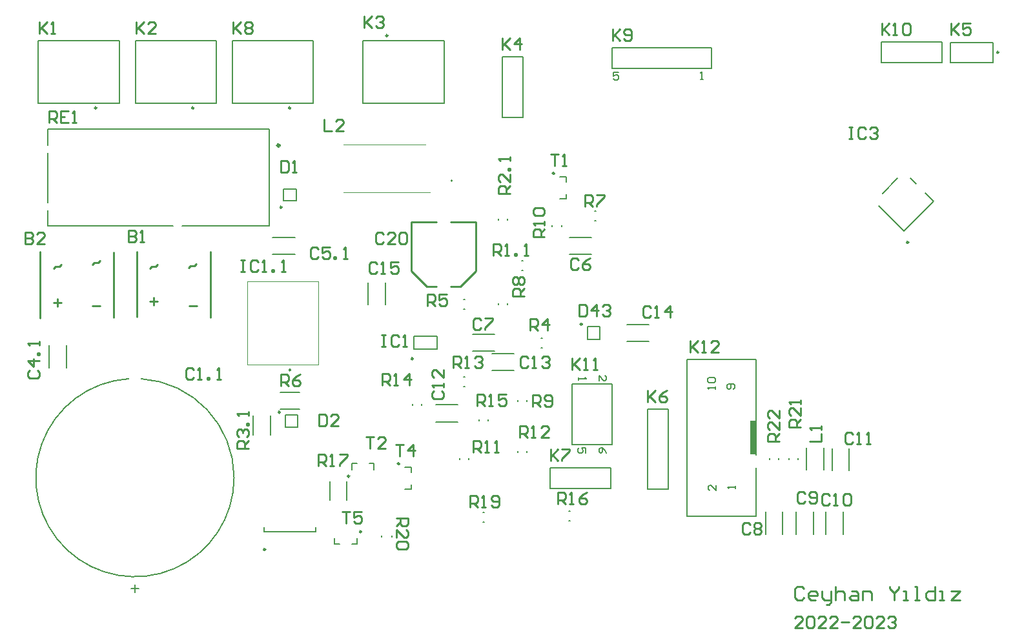
<source format=gto>
G04*
G04 #@! TF.GenerationSoftware,Altium Limited,Altium Designer,23.3.1 (30)*
G04*
G04 Layer_Color=65535*
%FSLAX44Y44*%
%MOMM*%
G71*
G04*
G04 #@! TF.SameCoordinates,6291D12B-1A57-4E1F-9114-C69F7EA01FE8*
G04*
G04*
G04 #@! TF.FilePolarity,Positive*
G04*
G01*
G75*
%ADD10C,0.2500*%
%ADD11C,0.2000*%
%ADD12C,0.4000*%
%ADD13C,0.3000*%
%ADD14C,0.2540*%
%ADD15C,0.1000*%
%ADD16C,0.1524*%
%ADD17R,0.8000X4.5000*%
D10*
X548389Y365576D02*
G03*
X548389Y365576I-1250J0D01*
G01*
X480525Y138788D02*
G03*
X480525Y138788I-1250J0D01*
G01*
X464932Y211582D02*
G03*
X464932Y211582I-1250J0D01*
G01*
X1197974Y518358D02*
G03*
X1197974Y518358I-1250J0D01*
G01*
X733689Y608776D02*
G03*
X733689Y608776I-1250J0D01*
G01*
X1316419Y767576D02*
G03*
X1316419Y767576I-1250J0D01*
G01*
X770192Y410927D02*
G03*
X770192Y410927I-1250J0D01*
G01*
X387689Y694676D02*
G03*
X387689Y694676I-1250J0D01*
G01*
X373977Y295404D02*
G03*
X373977Y295404I-1250J0D01*
G01*
X530489Y227776D02*
G03*
X530489Y227776I-1250J0D01*
G01*
X515089Y789676D02*
G03*
X515089Y789676I-1250J0D01*
G01*
X260689Y694676D02*
G03*
X260689Y694676I-1250J0D01*
G01*
X133289D02*
G03*
X133289Y694676I-1250J0D01*
G01*
X354789Y115376D02*
G03*
X354789Y115376I-1250J0D01*
G01*
X376489Y564376D02*
G03*
X376489Y564376I-1250J0D01*
G01*
D11*
X313639Y209576D02*
G03*
X191488Y339339I-130000J0D01*
G01*
X175789D02*
G03*
X313639Y209576I7849J-129763D01*
G01*
X598839Y598176D02*
G03*
X598839Y600176I0J1000D01*
G01*
D02*
G03*
X598839Y598176I0J-1000D01*
G01*
X580139Y378076D02*
Y395076D01*
X549139Y378076D02*
Y395076D01*
X580139D01*
X549139Y378076D02*
X580139D01*
X672489Y547226D02*
Y549226D01*
X659989Y547226D02*
Y549226D01*
X828801Y410608D02*
X857863D01*
X828801Y388046D02*
X857863D01*
X1112361Y135437D02*
Y164499D01*
X1089799Y135437D02*
Y164499D01*
X651708Y349895D02*
X680770D01*
X577935Y305102D02*
X606997D01*
X752349Y153243D02*
X754349D01*
X651708Y372457D02*
X680770D01*
X577935Y282540D02*
X606997D01*
X752349Y165743D02*
X754349D01*
X1120469Y219079D02*
Y248141D01*
X1010558Y135437D02*
Y164499D01*
X1064326Y219645D02*
Y248707D01*
X1097907Y219079D02*
Y248141D01*
X1053489Y233176D02*
Y235176D01*
X1033120Y135437D02*
Y164499D01*
X1086888Y219645D02*
Y248707D01*
X468082Y219932D02*
Y228082D01*
X474682D01*
X520589Y131576D02*
Y133576D01*
X634589Y283976D02*
Y285976D01*
X697889Y309376D02*
Y311376D01*
X1015589Y233176D02*
Y235176D01*
X445675Y122288D02*
Y130438D01*
Y122288D02*
X452275D01*
X497282Y219932D02*
Y228082D01*
X1040989Y233176D02*
Y235176D01*
X1028089Y233176D02*
Y235176D01*
X685389Y309376D02*
Y311376D01*
X507089Y131576D02*
Y133576D01*
X639839Y164226D02*
X641839D01*
X639839Y151726D02*
X641839D01*
X697889Y242426D02*
Y244426D01*
X685389Y242426D02*
Y244426D01*
X647089Y283976D02*
Y285976D01*
X69739Y570627D02*
Y635524D01*
Y539576D02*
Y560524D01*
Y645627D02*
Y666576D01*
X245853Y539576D02*
X359739D01*
X69739D02*
X233368D01*
X614439Y443626D02*
X616439D01*
X1158954Y566170D02*
X1192019Y533105D01*
X69739Y666576D02*
X359739D01*
X1200636Y602269D02*
X1208208Y594697D01*
X1163823Y582691D02*
X1183401Y602269D01*
X1219839Y583067D02*
X1230910Y571996D01*
X359739Y539576D02*
Y666576D01*
X907720Y159244D02*
Y364844D01*
Y159244D02*
X997720D01*
X756929Y332196D02*
X809229D01*
X1192019Y533105D02*
X1230910Y571996D01*
X907720Y364844D02*
X997720D01*
X756929Y252996D02*
Y332196D01*
X809229Y252996D02*
Y332196D01*
X756929Y252996D02*
X809229D01*
X183639Y58916D02*
Y69076D01*
X178559Y63996D02*
X188719D01*
X665489Y682256D02*
X692389D01*
Y761456D01*
X665489D02*
X692389D01*
X665489Y682256D02*
Y761456D01*
X997720Y239182D02*
Y364844D01*
X786392Y559504D02*
X788392D01*
X753308Y502295D02*
X782370D01*
X753308Y524857D02*
X782370D01*
X786392Y547004D02*
X788392D01*
X614439Y431126D02*
X616439D01*
X626308Y375295D02*
X655370D01*
X659989Y436376D02*
Y438376D01*
X716039Y380326D02*
X718039D01*
X997720Y159244D02*
Y222566D01*
X672489Y436376D02*
Y438376D01*
X743189Y539093D02*
Y541093D01*
X626308Y397857D02*
X655370D01*
X740789Y604376D02*
X748939D01*
X716039Y392826D02*
X718039D01*
X730689Y539093D02*
Y541093D01*
X748939Y575176D02*
Y581776D01*
Y597776D02*
Y604376D01*
X1241779Y754126D02*
Y781026D01*
X728239Y222226D02*
X807439D01*
X1162579Y781026D02*
X1241779D01*
X740789Y575176D02*
X748939D01*
X809519Y746506D02*
X939519D01*
X1162579Y754126D02*
Y781026D01*
X809519Y773406D02*
X939519D01*
X1162579Y754126D02*
X1241779D01*
X939519Y746506D02*
Y773406D01*
X1308819Y754376D02*
Y780776D01*
X728239Y195326D02*
Y222226D01*
X807439Y195326D02*
Y222226D01*
X855989Y194576D02*
Y299176D01*
X184439Y701176D02*
Y783176D01*
X855989Y299176D02*
X882889D01*
X728239Y195326D02*
X807439D01*
X1253019Y780776D02*
X1308819D01*
X882889Y194576D02*
Y299176D01*
X1253019Y754376D02*
X1308819D01*
X855989Y194576D02*
X882889D01*
X1253019Y754376D02*
Y780776D01*
X809519Y746506D02*
Y773406D01*
X777492Y391077D02*
Y407577D01*
Y391077D02*
X793092D01*
Y407577D01*
X777492D02*
X793092D01*
X1073089Y135437D02*
Y164499D01*
X1050527Y135437D02*
Y164499D01*
X690639Y481926D02*
X692639D01*
X690639Y494426D02*
X692639D01*
X609189Y233176D02*
Y235176D01*
X621689Y233176D02*
Y235176D01*
X559906Y304376D02*
Y306376D01*
X547406Y304376D02*
Y306376D01*
X461639Y179695D02*
Y204757D01*
X439139Y179695D02*
Y204757D01*
X184439Y783176D02*
X290439D01*
X311439Y701176D02*
X417439D01*
Y783176D01*
X364300Y524857D02*
X393362D01*
X537589Y223376D02*
X545739D01*
X614439Y342026D02*
X616439D01*
X311439Y701176D02*
Y783176D01*
X361092Y265853D02*
Y290915D01*
X338592Y265853D02*
Y290915D01*
X381277Y292054D02*
X396877D01*
X311439Y783176D02*
X417439D01*
X614439Y329526D02*
X616439D01*
X545739Y194176D02*
Y200776D01*
X537589Y194176D02*
X545739D01*
X474875Y122288D02*
Y130438D01*
X468275Y122288D02*
X474875D01*
X490682Y228082D02*
X497282D01*
X93738Y354086D02*
Y383148D01*
X374308Y299126D02*
X399370D01*
X374308Y321626D02*
X399370D01*
X545739Y216776D02*
Y223376D01*
X364300Y502295D02*
X393362D01*
X71175Y354086D02*
Y383148D01*
X381277Y275554D02*
Y292054D01*
X482839Y783176D02*
X588839D01*
X482839Y701176D02*
X588839D01*
Y783176D01*
X395089Y572926D02*
Y588526D01*
X57039Y701176D02*
Y783176D01*
X163039D01*
X184439Y701176D02*
X290439D01*
Y783176D01*
X482839Y701176D02*
Y783176D01*
X378589Y588526D02*
X395089D01*
X353339Y138876D02*
Y144876D01*
X420339Y138876D02*
Y144876D01*
X353339Y138876D02*
X420339D01*
X396877Y275554D02*
Y292054D01*
X381277Y275554D02*
X396877D01*
X57039Y701176D02*
X163039D01*
X489177Y436764D02*
Y465826D01*
X378589Y572926D02*
X395089D01*
X511739Y436764D02*
Y465826D01*
X163039Y701176D02*
Y783176D01*
X378589Y572926D02*
Y588526D01*
D12*
X372967Y645536D02*
G03*
X372967Y645536I-1259J0D01*
G01*
D13*
X386839Y351576D02*
G03*
X386839Y350576I0J-500D01*
G01*
D02*
G03*
X386839Y351576I0J500D01*
G01*
D14*
X155716Y457499D02*
Y505051D01*
X282715Y419613D02*
Y457499D01*
Y505776D01*
X186162Y462776D02*
Y505776D01*
Y457499D02*
Y462776D01*
X59162Y457499D02*
Y462776D01*
Y418766D02*
Y457499D01*
X630909Y480375D02*
Y545235D01*
X59162Y462776D02*
Y505776D01*
X155716Y419613D02*
Y457499D01*
X186162Y420500D02*
Y457499D01*
X566229Y460145D02*
X579099D01*
X597719Y545145D02*
X630819D01*
X545909D02*
X579099D01*
X545909Y480465D02*
X566229Y460145D01*
X545909Y480465D02*
Y545145D01*
X597719Y460145D02*
X610679D01*
X630909Y480375D01*
X1059177Y12700D02*
X1049020D01*
X1059177Y22857D01*
Y25396D01*
X1056637Y27935D01*
X1051559D01*
X1049020Y25396D01*
X1064255D02*
X1066794Y27935D01*
X1071873D01*
X1074412Y25396D01*
Y15239D01*
X1071873Y12700D01*
X1066794D01*
X1064255Y15239D01*
Y25396D01*
X1089647Y12700D02*
X1079490D01*
X1089647Y22857D01*
Y25396D01*
X1087108Y27935D01*
X1082029D01*
X1079490Y25396D01*
X1104882Y12700D02*
X1094725D01*
X1104882Y22857D01*
Y25396D01*
X1102343Y27935D01*
X1097264D01*
X1094725Y25396D01*
X1109960Y20317D02*
X1120117D01*
X1135352Y12700D02*
X1125195D01*
X1135352Y22857D01*
Y25396D01*
X1132813Y27935D01*
X1127735D01*
X1125195Y25396D01*
X1140430D02*
X1142970Y27935D01*
X1148048D01*
X1150587Y25396D01*
Y15239D01*
X1148048Y12700D01*
X1142970D01*
X1140430Y15239D01*
Y25396D01*
X1165822Y12700D02*
X1155666D01*
X1165822Y22857D01*
Y25396D01*
X1163283Y27935D01*
X1158205D01*
X1155666Y25396D01*
X1170901D02*
X1173440Y27935D01*
X1178518D01*
X1181057Y25396D01*
Y22857D01*
X1178518Y20317D01*
X1175979D01*
X1178518D01*
X1181057Y17778D01*
Y15239D01*
X1178518Y12700D01*
X1173440D01*
X1170901Y15239D01*
X1060870Y63917D02*
X1057907Y66879D01*
X1051982D01*
X1049020Y63917D01*
Y52067D01*
X1051982Y49105D01*
X1057907D01*
X1060870Y52067D01*
X1075681Y49105D02*
X1069757D01*
X1066794Y52067D01*
Y57992D01*
X1069757Y60954D01*
X1075681D01*
X1078644Y57992D01*
Y55030D01*
X1066794D01*
X1084568Y60954D02*
Y52067D01*
X1087531Y49105D01*
X1096418D01*
Y46142D01*
X1093456Y43180D01*
X1090493D01*
X1096418Y49105D02*
Y60954D01*
X1102343Y66879D02*
Y49105D01*
Y57992D01*
X1105305Y60954D01*
X1111230D01*
X1114192Y57992D01*
Y49105D01*
X1123079Y60954D02*
X1129004D01*
X1131966Y57992D01*
Y49105D01*
X1123079D01*
X1120117Y52067D01*
X1123079Y55030D01*
X1131966D01*
X1137891Y49105D02*
Y60954D01*
X1146778D01*
X1149741Y57992D01*
Y49105D01*
X1173440Y66879D02*
Y63917D01*
X1179365Y57992D01*
X1185289Y63917D01*
Y66879D01*
X1179365Y57992D02*
Y49105D01*
X1191214D02*
X1197139D01*
X1194176D01*
Y60954D01*
X1191214D01*
X1206026Y49105D02*
X1211951D01*
X1208988D01*
Y66879D01*
X1206026D01*
X1232687D02*
Y49105D01*
X1223800D01*
X1220838Y52067D01*
Y57992D01*
X1223800Y60954D01*
X1232687D01*
X1238612Y49105D02*
X1244537D01*
X1241574D01*
Y60954D01*
X1238612D01*
X1253424D02*
X1265274D01*
X1253424Y49105D01*
X1265274D01*
X213611Y440934D02*
X203454D01*
X208532Y435855D02*
Y446012D01*
X264411Y490208D02*
X261872Y487669D01*
X256793D01*
X254254Y485130D01*
X213174Y489310D02*
X210635Y486771D01*
X205557D01*
X203017Y484232D01*
X264919Y434836D02*
X254762D01*
X137919Y494526D02*
X135379Y491987D01*
X130301D01*
X127762Y489448D01*
X87119Y489446D02*
X84580Y486907D01*
X79501D01*
X76962Y484368D01*
X137919Y434836D02*
X127762D01*
X87373Y439410D02*
X77216D01*
X82294Y434331D02*
Y444488D01*
X455169Y165086D02*
X465326D01*
X460247D01*
Y149850D01*
X480561Y165086D02*
X470404D01*
Y157468D01*
X475482Y160007D01*
X478022D01*
X480561Y157468D01*
Y152390D01*
X478022Y149850D01*
X472943D01*
X470404Y152390D01*
X526031Y253221D02*
X536188D01*
X531109D01*
Y237986D01*
X548883D02*
Y253221D01*
X541266Y245604D01*
X551423D01*
X486411Y263130D02*
X496568D01*
X491489D01*
Y247894D01*
X511803D02*
X501646D01*
X511803Y258051D01*
Y260590D01*
X509263Y263130D01*
X504185D01*
X501646Y260590D01*
X729231Y634221D02*
X739388D01*
X734309D01*
Y618986D01*
X744466D02*
X749544D01*
X747005D01*
Y634221D01*
X744466Y631682D01*
X70863Y675120D02*
Y690355D01*
X78480D01*
X81019Y687816D01*
Y682738D01*
X78480Y680198D01*
X70863D01*
X75941D02*
X81019Y675120D01*
X96255Y690355D02*
X86098D01*
Y675120D01*
X96255D01*
X86098Y682738D02*
X91176D01*
X101333Y675120D02*
X106411D01*
X103872D01*
Y690355D01*
X101333Y687816D01*
X1028440Y257551D02*
X1013205D01*
Y265168D01*
X1015744Y267707D01*
X1020823D01*
X1023362Y265168D01*
Y257551D01*
Y262629D02*
X1028440Y267707D01*
Y282942D02*
Y272786D01*
X1018284Y282942D01*
X1015744D01*
X1013205Y280403D01*
Y275325D01*
X1015744Y272786D01*
X1028440Y298177D02*
Y288021D01*
X1018284Y298177D01*
X1015744D01*
X1013205Y295638D01*
Y290560D01*
X1015744Y288021D01*
X1056380Y275838D02*
X1041145D01*
Y283455D01*
X1043684Y285994D01*
X1048763D01*
X1051302Y283455D01*
Y275838D01*
Y280916D02*
X1056380Y285994D01*
Y301229D02*
Y291073D01*
X1046224Y301229D01*
X1043684D01*
X1041145Y298690D01*
Y293612D01*
X1043684Y291073D01*
X1056380Y306308D02*
Y311386D01*
Y308847D01*
X1041145D01*
X1043684Y306308D01*
X526541Y156191D02*
X541776D01*
Y148574D01*
X539237Y146035D01*
X534159D01*
X531620Y148574D01*
Y156191D01*
Y151113D02*
X526541Y146035D01*
Y130800D02*
Y140956D01*
X536698Y130800D01*
X539237D01*
X541776Y133339D01*
Y138417D01*
X539237Y140956D01*
Y125721D02*
X541776Y123182D01*
Y118104D01*
X539237Y115564D01*
X529080D01*
X526541Y118104D01*
Y123182D01*
X529080Y125721D01*
X539237D01*
X623319Y171186D02*
Y186422D01*
X630937D01*
X633476Y183882D01*
Y178804D01*
X630937Y176265D01*
X623319D01*
X628397D02*
X633476Y171186D01*
X638554D02*
X643632D01*
X641093D01*
Y186422D01*
X638554Y183882D01*
X651250Y173726D02*
X653789Y171186D01*
X658867D01*
X661407Y173726D01*
Y183882D01*
X658867Y186422D01*
X653789D01*
X651250Y183882D01*
Y181343D01*
X653789Y178804D01*
X661407D01*
X424183Y225034D02*
Y240270D01*
X431800D01*
X434340Y237730D01*
Y232652D01*
X431800Y230113D01*
X424183D01*
X429261D02*
X434340Y225034D01*
X439418D02*
X444496D01*
X441957D01*
Y240270D01*
X439418Y237730D01*
X452114Y240270D02*
X462271D01*
Y237730D01*
X452114Y227574D01*
Y225034D01*
X738381Y174742D02*
Y189977D01*
X745999D01*
X748538Y187438D01*
Y182360D01*
X745999Y179821D01*
X738381D01*
X743459D02*
X748538Y174742D01*
X753616D02*
X758694D01*
X756155D01*
Y189977D01*
X753616Y187438D01*
X776469Y189977D02*
X771390Y187438D01*
X766312Y182360D01*
Y177282D01*
X768851Y174742D01*
X773929D01*
X776469Y177282D01*
Y179821D01*
X773929Y182360D01*
X766312D01*
X632209Y304028D02*
Y319263D01*
X639827D01*
X642366Y316724D01*
Y311646D01*
X639827Y309107D01*
X632209D01*
X637287D02*
X642366Y304028D01*
X647444D02*
X652522D01*
X649983D01*
Y319263D01*
X647444Y316724D01*
X670297Y319263D02*
X660140D01*
Y311646D01*
X665218Y314185D01*
X667757D01*
X670297Y311646D01*
Y306568D01*
X667757Y304028D01*
X662679D01*
X660140Y306568D01*
X508196Y331023D02*
Y346258D01*
X515813D01*
X518352Y343719D01*
Y338641D01*
X515813Y336101D01*
X508196D01*
X513274D02*
X518352Y331023D01*
X523431D02*
X528509D01*
X525970D01*
Y346258D01*
X523431Y343719D01*
X543744Y331023D02*
Y346258D01*
X536127Y338641D01*
X546283D01*
X600707Y353556D02*
Y368791D01*
X608324D01*
X610863Y366252D01*
Y361174D01*
X608324Y358634D01*
X600707D01*
X605785D02*
X610863Y353556D01*
X615942D02*
X621020D01*
X618481D01*
Y368791D01*
X615942Y366252D01*
X628638D02*
X631177Y368791D01*
X636255D01*
X638795Y366252D01*
Y363713D01*
X636255Y361174D01*
X633716D01*
X636255D01*
X638795Y358634D01*
Y356095D01*
X636255Y353556D01*
X631177D01*
X628638Y356095D01*
X688089Y262626D02*
Y277861D01*
X695706D01*
X698246Y275322D01*
Y270244D01*
X695706Y267705D01*
X688089D01*
X693167D02*
X698246Y262626D01*
X703324D02*
X708402D01*
X705863D01*
Y277861D01*
X703324Y275322D01*
X726177Y262626D02*
X716020D01*
X726177Y272783D01*
Y275322D01*
X723637Y277861D01*
X718559D01*
X716020Y275322D01*
X627128Y242814D02*
Y258050D01*
X634746D01*
X637285Y255510D01*
Y250432D01*
X634746Y247893D01*
X627128D01*
X632206D02*
X637285Y242814D01*
X642363D02*
X647442D01*
X644902D01*
Y258050D01*
X642363Y255510D01*
X655059Y242814D02*
X660137D01*
X657598D01*
Y258050D01*
X655059Y255510D01*
X720846Y525266D02*
X705611D01*
Y532884D01*
X708150Y535423D01*
X713229D01*
X715768Y532884D01*
Y525266D01*
Y530345D02*
X720846Y535423D01*
Y540501D02*
Y545579D01*
Y543040D01*
X705611D01*
X708150Y540501D01*
Y553197D02*
X705611Y555736D01*
Y560815D01*
X708150Y563354D01*
X718307D01*
X720846Y560815D01*
Y555736D01*
X718307Y553197D01*
X708150D01*
X705359Y303012D02*
Y318248D01*
X712976D01*
X715516Y315708D01*
Y310630D01*
X712976Y308091D01*
X705359D01*
X710437D02*
X715516Y303012D01*
X720594Y305552D02*
X723133Y303012D01*
X728212D01*
X730751Y305552D01*
Y315708D01*
X728212Y318248D01*
X723133D01*
X720594Y315708D01*
Y313169D01*
X723133Y310630D01*
X730751D01*
X693922Y447286D02*
X678687D01*
Y454904D01*
X681226Y457443D01*
X686305D01*
X688844Y454904D01*
Y447286D01*
Y452364D02*
X693922Y457443D01*
X681226Y462521D02*
X678687Y465060D01*
Y470139D01*
X681226Y472678D01*
X683766D01*
X686305Y470139D01*
X688844Y472678D01*
X691383D01*
X693922Y470139D01*
Y465060D01*
X691383Y462521D01*
X688844D01*
X686305Y465060D01*
X683766Y462521D01*
X681226D01*
X686305Y465060D02*
Y470139D01*
X773685Y565648D02*
Y580883D01*
X781302D01*
X783842Y578344D01*
Y573266D01*
X781302Y570727D01*
X773685D01*
X778763D02*
X783842Y565648D01*
X788920Y580883D02*
X799077D01*
Y578344D01*
X788920Y568188D01*
Y565648D01*
X374901Y330188D02*
Y345423D01*
X382518D01*
X385057Y342884D01*
Y337805D01*
X382518Y335266D01*
X374901D01*
X379979D02*
X385057Y330188D01*
X400293Y345423D02*
X395214Y342884D01*
X390136Y337805D01*
Y332727D01*
X392675Y330188D01*
X397753D01*
X400293Y332727D01*
Y335266D01*
X397753Y337805D01*
X390136D01*
X567175Y434571D02*
Y449807D01*
X574793D01*
X577332Y447267D01*
Y442189D01*
X574793Y439650D01*
X567175D01*
X572253D02*
X577332Y434571D01*
X592567Y449807D02*
X582410D01*
Y442189D01*
X587489Y444728D01*
X590028D01*
X592567Y442189D01*
Y437111D01*
X590028Y434571D01*
X584949D01*
X582410Y437111D01*
X701538Y403059D02*
Y418294D01*
X709156D01*
X711695Y415755D01*
Y410677D01*
X709156Y408138D01*
X701538D01*
X706617D02*
X711695Y403059D01*
X724391D02*
Y418294D01*
X716773Y410677D01*
X726930D01*
X332734Y247900D02*
X317499D01*
Y255517D01*
X320038Y258057D01*
X325117D01*
X327656Y255517D01*
Y247900D01*
Y252978D02*
X332734Y258057D01*
X320038Y263135D02*
X317499Y265674D01*
Y270752D01*
X320038Y273292D01*
X322578D01*
X325117Y270752D01*
Y268213D01*
Y270752D01*
X327656Y273292D01*
X330195D01*
X332734Y270752D01*
Y265674D01*
X330195Y263135D01*
X332734Y278370D02*
X330195D01*
Y280909D01*
X332734D01*
Y278370D01*
Y291066D02*
Y296144D01*
Y293605D01*
X317499D01*
X320038Y291066D01*
X675380Y582418D02*
X660145D01*
Y590035D01*
X662684Y592575D01*
X667763D01*
X670302Y590035D01*
Y582418D01*
Y587496D02*
X675380Y592575D01*
Y607810D02*
Y597653D01*
X665224Y607810D01*
X662684D01*
X660145Y605270D01*
Y600192D01*
X662684Y597653D01*
X675380Y612888D02*
X672841D01*
Y615427D01*
X675380D01*
Y612888D01*
Y625584D02*
Y630662D01*
Y628123D01*
X660145D01*
X662684Y625584D01*
X653292Y500878D02*
Y516114D01*
X660910D01*
X663449Y513574D01*
Y508496D01*
X660910Y505957D01*
X653292D01*
X658371D02*
X663449Y500878D01*
X668527D02*
X673606D01*
X671067D01*
Y516114D01*
X668527Y513574D01*
X681223Y500878D02*
Y503418D01*
X683762D01*
Y500878D01*
X681223D01*
X693919D02*
X698997D01*
X696458D01*
Y516114D01*
X693919Y513574D01*
X431543Y679941D02*
Y664706D01*
X441699D01*
X456935D02*
X446778D01*
X456935Y674863D01*
Y677402D01*
X454395Y679941D01*
X449317D01*
X446778Y677402D01*
X1068323Y257039D02*
X1083558D01*
Y267196D01*
Y272274D02*
Y277353D01*
Y274813D01*
X1068323D01*
X1070862Y272274D01*
X911355Y389114D02*
Y373878D01*
Y378957D01*
X921512Y389114D01*
X913894Y381496D01*
X921512Y373878D01*
X926590D02*
X931668D01*
X929129D01*
Y389114D01*
X926590Y386574D01*
X949443Y373878D02*
X939286D01*
X949443Y384035D01*
Y386574D01*
X946903Y389114D01*
X941825D01*
X939286Y386574D01*
X757171Y366759D02*
Y351524D01*
Y356602D01*
X767327Y366759D01*
X759710Y359142D01*
X767327Y351524D01*
X772406D02*
X777484D01*
X774945D01*
Y366759D01*
X772406Y364220D01*
X785102Y351524D02*
X790180D01*
X787641D01*
Y366759D01*
X785102Y364220D01*
X1162809Y806179D02*
Y790944D01*
Y796022D01*
X1172965Y806179D01*
X1165348Y798561D01*
X1172965Y790944D01*
X1178044D02*
X1183122D01*
X1180583D01*
Y806179D01*
X1178044Y803640D01*
X1190740D02*
X1193279Y806179D01*
X1198357D01*
X1200897Y803640D01*
Y793483D01*
X1198357Y790944D01*
X1193279D01*
X1190740Y793483D01*
Y803640D01*
X809749Y798559D02*
Y783324D01*
Y788402D01*
X819905Y798559D01*
X812288Y790941D01*
X819905Y783324D01*
X824984Y785863D02*
X827523Y783324D01*
X832601D01*
X835141Y785863D01*
Y796020D01*
X832601Y798559D01*
X827523D01*
X824984Y796020D01*
Y793481D01*
X827523Y790941D01*
X835141D01*
X312671Y807195D02*
Y791960D01*
Y797038D01*
X322827Y807195D01*
X315210Y799577D01*
X322827Y791960D01*
X327906Y804656D02*
X330445Y807195D01*
X335523D01*
X338063Y804656D01*
Y802117D01*
X335523Y799577D01*
X338063Y797038D01*
Y794499D01*
X335523Y791960D01*
X330445D01*
X327906Y794499D01*
Y797038D01*
X330445Y799577D01*
X327906Y802117D01*
Y804656D01*
X330445Y799577D02*
X335523D01*
X728469Y247379D02*
Y232144D01*
Y237222D01*
X738625Y247379D01*
X731008Y239762D01*
X738625Y232144D01*
X743704Y247379D02*
X753861D01*
Y244840D01*
X743704Y234683D01*
Y232144D01*
X856231Y324341D02*
Y309106D01*
Y314184D01*
X866387Y324341D01*
X858770Y316723D01*
X866387Y309106D01*
X881623Y324341D02*
X876544Y321802D01*
X871466Y316723D01*
Y311645D01*
X874005Y309106D01*
X879083D01*
X881623Y311645D01*
Y314184D01*
X879083Y316723D01*
X871466D01*
X1253487Y805671D02*
Y790436D01*
Y795514D01*
X1263643Y805671D01*
X1256026Y798054D01*
X1263643Y790436D01*
X1278879Y805671D02*
X1268722D01*
Y798054D01*
X1273800Y800593D01*
X1276339D01*
X1278879Y798054D01*
Y792975D01*
X1276339Y790436D01*
X1271261D01*
X1268722Y792975D01*
X665731Y786621D02*
Y771386D01*
Y776464D01*
X675888Y786621D01*
X668270Y779004D01*
X675888Y771386D01*
X688583D02*
Y786621D01*
X680966Y779004D01*
X691123D01*
X484121Y815069D02*
Y799834D01*
Y804912D01*
X494277Y815069D01*
X486660Y807451D01*
X494277Y799834D01*
X499356Y812530D02*
X501895Y815069D01*
X506973D01*
X509513Y812530D01*
Y809991D01*
X506973Y807451D01*
X504434D01*
X506973D01*
X509513Y804912D01*
Y802373D01*
X506973Y799834D01*
X501895D01*
X499356Y802373D01*
X185671Y807195D02*
Y791960D01*
Y797038D01*
X195828Y807195D01*
X188210Y799577D01*
X195828Y791960D01*
X211063D02*
X200906D01*
X211063Y802117D01*
Y804656D01*
X208523Y807195D01*
X203445D01*
X200906Y804656D01*
X58417Y807195D02*
Y791960D01*
Y797038D01*
X68573Y807195D01*
X60956Y799577D01*
X68573Y791960D01*
X73652D02*
X78730D01*
X76191D01*
Y807195D01*
X73652Y804656D01*
X1119629Y669781D02*
X1124707D01*
X1122168D01*
Y654546D01*
X1119629D01*
X1124707D01*
X1142481Y667242D02*
X1139942Y669781D01*
X1134864D01*
X1132325Y667242D01*
Y657085D01*
X1134864Y654546D01*
X1139942D01*
X1142481Y657085D01*
X1147560Y667242D02*
X1150099Y669781D01*
X1155177D01*
X1157717Y667242D01*
Y664703D01*
X1155177Y662163D01*
X1152638D01*
X1155177D01*
X1157717Y659624D01*
Y657085D01*
X1155177Y654546D01*
X1150099D01*
X1147560Y657085D01*
X507389Y396442D02*
X512467D01*
X509928D01*
Y381207D01*
X507389D01*
X512467D01*
X530242Y393903D02*
X527702Y396442D01*
X522624D01*
X520085Y393903D01*
Y383746D01*
X522624Y381207D01*
X527702D01*
X530242Y383746D01*
X535320Y381207D02*
X540398D01*
X537859D01*
Y396442D01*
X535320Y393903D01*
X322893Y495400D02*
X327971D01*
X325432D01*
Y480165D01*
X322893D01*
X327971D01*
X345745Y492861D02*
X343206Y495400D01*
X338128D01*
X335589Y492861D01*
Y482704D01*
X338128Y480165D01*
X343206D01*
X345745Y482704D01*
X350824Y480165D02*
X355902D01*
X353363D01*
Y495400D01*
X350824Y492861D01*
X363520Y480165D02*
Y482704D01*
X366059D01*
Y480165D01*
X363520D01*
X376215D02*
X381294D01*
X378755D01*
Y495400D01*
X376215Y492861D01*
X765807Y436355D02*
Y421120D01*
X773424D01*
X775964Y423659D01*
Y433816D01*
X773424Y436355D01*
X765807D01*
X788659Y421120D02*
Y436355D01*
X781042Y428737D01*
X791199D01*
X796277Y433816D02*
X798816Y436355D01*
X803895D01*
X806434Y433816D01*
Y431277D01*
X803895Y428737D01*
X801355D01*
X803895D01*
X806434Y426198D01*
Y423659D01*
X803895Y421120D01*
X798816D01*
X796277Y423659D01*
X424943Y292593D02*
Y277358D01*
X432560D01*
X435100Y279898D01*
Y290054D01*
X432560Y292593D01*
X424943D01*
X450335Y277358D02*
X440178D01*
X450335Y287515D01*
Y290054D01*
X447795Y292593D01*
X442717D01*
X440178Y290054D01*
X375155Y625839D02*
Y610604D01*
X382772D01*
X385312Y613143D01*
Y623300D01*
X382772Y625839D01*
X375155D01*
X390390Y610604D02*
X395468D01*
X392929D01*
Y625839D01*
X390390Y623300D01*
X509270Y528560D02*
X506731Y531100D01*
X501652D01*
X499113Y528560D01*
Y518404D01*
X501652Y515864D01*
X506731D01*
X509270Y518404D01*
X524505Y515864D02*
X514348D01*
X524505Y526021D01*
Y528560D01*
X521966Y531100D01*
X516888D01*
X514348Y528560D01*
X529584D02*
X532123Y531100D01*
X537201D01*
X539740Y528560D01*
Y518404D01*
X537201Y515864D01*
X532123D01*
X529584Y518404D01*
Y528560D01*
X500882Y489696D02*
X498342Y492235D01*
X493264D01*
X490725Y489696D01*
Y479539D01*
X493264Y477000D01*
X498342D01*
X500882Y479539D01*
X505960Y477000D02*
X511038D01*
X508499D01*
Y492235D01*
X505960Y489696D01*
X528812Y492235D02*
X518656D01*
Y484618D01*
X523734Y487157D01*
X526273D01*
X528812Y484618D01*
Y479539D01*
X526273Y477000D01*
X521195D01*
X518656Y479539D01*
X860044Y432802D02*
X857505Y435341D01*
X852426D01*
X849887Y432802D01*
Y422646D01*
X852426Y420106D01*
X857505D01*
X860044Y422646D01*
X865122Y420106D02*
X870200D01*
X867661D01*
Y435341D01*
X865122Y432802D01*
X885435Y420106D02*
Y435341D01*
X877818Y427724D01*
X887975D01*
X699262Y366508D02*
X696722Y369048D01*
X691644D01*
X689105Y366508D01*
Y356352D01*
X691644Y353812D01*
X696722D01*
X699262Y356352D01*
X704340Y353812D02*
X709418D01*
X706879D01*
Y369048D01*
X704340Y366508D01*
X717036D02*
X719575Y369048D01*
X724653D01*
X727193Y366508D01*
Y363969D01*
X724653Y361430D01*
X722114D01*
X724653D01*
X727193Y358891D01*
Y356352D01*
X724653Y353812D01*
X719575D01*
X717036Y356352D01*
X575816Y323587D02*
X573277Y321048D01*
Y315969D01*
X575816Y313430D01*
X585973D01*
X588512Y315969D01*
Y321048D01*
X585973Y323587D01*
X588512Y328665D02*
Y333744D01*
Y331204D01*
X573277D01*
X575816Y328665D01*
X588512Y351518D02*
Y341361D01*
X578356Y351518D01*
X575816D01*
X573277Y348979D01*
Y343900D01*
X575816Y341361D01*
X1125219Y266178D02*
X1122680Y268717D01*
X1117601D01*
X1115062Y266178D01*
Y256022D01*
X1117601Y253482D01*
X1122680D01*
X1125219Y256022D01*
X1130297Y253482D02*
X1135376D01*
X1132836D01*
Y268717D01*
X1130297Y266178D01*
X1142993Y253482D02*
X1148071D01*
X1145532D01*
Y268717D01*
X1142993Y266178D01*
X1094633Y186078D02*
X1092094Y188617D01*
X1087015D01*
X1084476Y186078D01*
Y175921D01*
X1087015Y173382D01*
X1092094D01*
X1094633Y175921D01*
X1099711Y173382D02*
X1104790D01*
X1102250D01*
Y188617D01*
X1099711Y186078D01*
X1112407D02*
X1114946Y188617D01*
X1120025D01*
X1122564Y186078D01*
Y175921D01*
X1120025Y173382D01*
X1114946D01*
X1112407Y175921D01*
Y186078D01*
X1062222Y188198D02*
X1059682Y190737D01*
X1054604D01*
X1052065Y188198D01*
Y178041D01*
X1054604Y175502D01*
X1059682D01*
X1062222Y178041D01*
X1067300D02*
X1069839Y175502D01*
X1074917D01*
X1077457Y178041D01*
Y188198D01*
X1074917Y190737D01*
X1069839D01*
X1067300Y188198D01*
Y185659D01*
X1069839Y183120D01*
X1077457D01*
X990090Y147814D02*
X987550Y150353D01*
X982472D01*
X979933Y147814D01*
Y137658D01*
X982472Y135118D01*
X987550D01*
X990090Y137658D01*
X995168Y147814D02*
X997707Y150353D01*
X1002785D01*
X1005325Y147814D01*
Y145275D01*
X1002785Y142736D01*
X1005325Y140197D01*
Y137658D01*
X1002785Y135118D01*
X997707D01*
X995168Y137658D01*
Y140197D01*
X997707Y142736D01*
X995168Y145275D01*
Y147814D01*
X997707Y142736D02*
X1002785D01*
X637073Y415974D02*
X634534Y418513D01*
X629456D01*
X626916Y415974D01*
Y405817D01*
X629456Y403278D01*
X634534D01*
X637073Y405817D01*
X642151Y418513D02*
X652308D01*
Y415974D01*
X642151Y405817D01*
Y403278D01*
X765046Y494778D02*
X762506Y497318D01*
X757428D01*
X754889Y494778D01*
Y484622D01*
X757428Y482082D01*
X762506D01*
X765046Y484622D01*
X780281Y497318D02*
X775202Y494778D01*
X770124Y489700D01*
Y484622D01*
X772663Y482082D01*
X777741D01*
X780281Y484622D01*
Y487161D01*
X777741Y489700D01*
X770124D01*
X423711Y509872D02*
X421172Y512411D01*
X416094D01*
X413555Y509872D01*
Y499715D01*
X416094Y497176D01*
X421172D01*
X423711Y499715D01*
X438946Y512411D02*
X428790D01*
Y504793D01*
X433868Y507332D01*
X436407D01*
X438946Y504793D01*
Y499715D01*
X436407Y497176D01*
X431329D01*
X428790Y499715D01*
X444025Y497176D02*
Y499715D01*
X446564D01*
Y497176D01*
X444025D01*
X456721D02*
X461799D01*
X459260D01*
Y512411D01*
X456721Y509872D01*
X46043Y350137D02*
X43504Y347597D01*
Y342519D01*
X46043Y339980D01*
X56200D01*
X58739Y342519D01*
Y347597D01*
X56200Y350137D01*
X58739Y362832D02*
X43504D01*
X51122Y355215D01*
Y365372D01*
X58739Y370450D02*
X56200D01*
Y372989D01*
X58739D01*
Y370450D01*
Y383146D02*
Y388224D01*
Y385685D01*
X43504D01*
X46043Y383146D01*
X260903Y351373D02*
X258364Y353912D01*
X253286D01*
X250746Y351373D01*
Y341216D01*
X253286Y338677D01*
X258364D01*
X260903Y341216D01*
X265981Y338677D02*
X271060D01*
X268521D01*
Y353912D01*
X265981Y351373D01*
X278677Y338677D02*
Y341216D01*
X281216D01*
Y338677D01*
X278677D01*
X291373D02*
X296451D01*
X293912D01*
Y353912D01*
X291373Y351373D01*
X39936Y531728D02*
Y516493D01*
X47554D01*
X50093Y519032D01*
Y521571D01*
X47554Y524110D01*
X39936D01*
X47554D01*
X50093Y526649D01*
Y529189D01*
X47554Y531728D01*
X39936D01*
X65328Y516493D02*
X55171D01*
X65328Y526649D01*
Y529189D01*
X62789Y531728D01*
X57711D01*
X55171Y529189D01*
X175514Y534147D02*
Y518912D01*
X183132D01*
X185671Y521452D01*
Y523991D01*
X183132Y526530D01*
X175514D01*
X183132D01*
X185671Y529069D01*
Y531608D01*
X183132Y534147D01*
X175514D01*
X190749Y518912D02*
X195828D01*
X193288D01*
Y534147D01*
X190749Y531608D01*
D15*
X330839Y358076D02*
Y467076D01*
X423839D01*
Y358076D02*
Y467076D01*
X330839Y358076D02*
X423839D01*
X456939Y646676D02*
X564639D01*
X456939Y583676D02*
X570739D01*
D16*
X968428Y325444D02*
X970120Y327137D01*
Y330522D01*
X968428Y332215D01*
X961656D01*
X959964Y330522D01*
Y327137D01*
X961656Y325444D01*
X963349D01*
X965042Y327137D01*
Y332215D01*
X944721Y325444D02*
Y328830D01*
Y327137D01*
X934564D01*
X936256Y325444D01*
Y333908D02*
X934564Y335601D01*
Y338986D01*
X936256Y340679D01*
X943028D01*
X944721Y338986D01*
Y335601D01*
X943028Y333908D01*
X936256D01*
X945321Y199415D02*
Y192644D01*
X938549Y199415D01*
X936857D01*
X935164Y197722D01*
Y194337D01*
X936857Y192644D01*
X970721Y195644D02*
Y199030D01*
Y197337D01*
X960564D01*
X962256Y195644D01*
X765045Y340602D02*
Y337216D01*
Y338909D01*
X775201D01*
X773509Y340602D01*
X791969Y336625D02*
Y343396D01*
X798740Y336625D01*
X800433D01*
X802125Y338318D01*
Y341703D01*
X800433Y343396D01*
X774948Y241629D02*
Y248400D01*
X769869D01*
X771562Y245014D01*
Y243322D01*
X769869Y241629D01*
X766484D01*
X764791Y243322D01*
Y246707D01*
X766484Y248400D01*
X802125Y241883D02*
X800433Y245268D01*
X797047Y248654D01*
X793662D01*
X791969Y246961D01*
Y243576D01*
X793662Y241883D01*
X795354D01*
X797047Y243576D01*
Y248654D01*
X817790Y741157D02*
X811019D01*
Y736078D01*
X814404Y737771D01*
X816097D01*
X817790Y736078D01*
Y732693D01*
X816097Y731000D01*
X812712D01*
X811019Y732693D01*
X925573Y732016D02*
X928958D01*
X927266D01*
Y742173D01*
X925573Y740480D01*
D17*
X993720Y262044D02*
D03*
M02*

</source>
